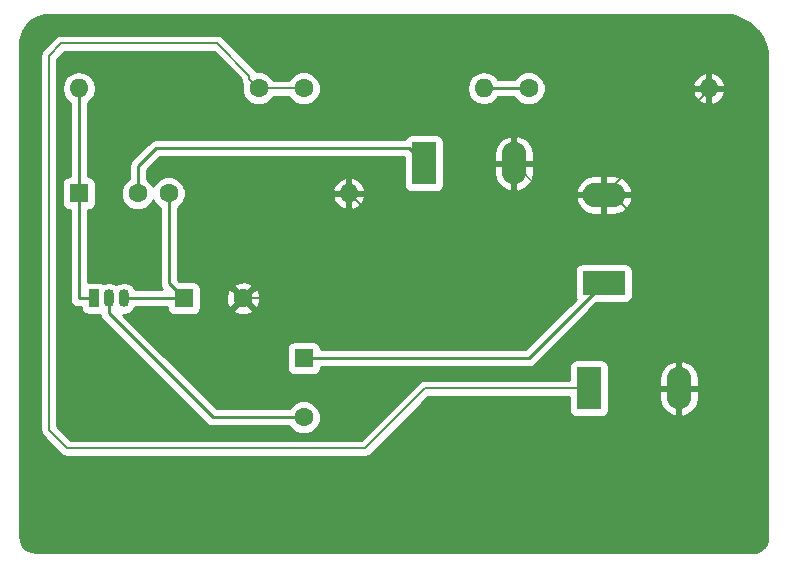
<source format=gbr>
G04 #@! TF.FileFunction,Copper,L1,Top,Signal*
%FSLAX46Y46*%
G04 Gerber Fmt 4.6, Leading zero omitted, Abs format (unit mm)*
G04 Created by KiCad (PCBNEW 4.0.6) date 05/18/17 10:58:01*
%MOMM*%
%LPD*%
G01*
G04 APERTURE LIST*
%ADD10C,0.100000*%
%ADD11R,1.600000X1.600000*%
%ADD12C,1.600000*%
%ADD13R,3.600000X2.100000*%
%ADD14O,3.600000X2.100000*%
%ADD15R,2.100000X3.600000*%
%ADD16O,2.100000X3.600000*%
%ADD17O,0.900000X1.500000*%
%ADD18R,0.900000X1.500000*%
%ADD19O,1.600000X1.600000*%
%ADD20C,0.250000*%
%ADD21C,0.200000*%
%ADD22C,0.254000*%
G04 APERTURE END LIST*
D10*
D11*
X160020000Y-76200000D03*
D12*
X160020000Y-81200000D03*
D11*
X149860000Y-71120000D03*
D12*
X154860000Y-71120000D03*
D11*
X140970000Y-62230000D03*
D12*
X145970000Y-62230000D03*
D13*
X185420000Y-69850000D03*
D14*
X185420000Y-62350000D03*
D15*
X170180000Y-59690000D03*
D16*
X177800000Y-59690000D03*
D17*
X143510000Y-71120000D03*
X144780000Y-71120000D03*
D18*
X142240000Y-71120000D03*
D12*
X160020000Y-53340000D03*
D19*
X175260000Y-53340000D03*
D12*
X179070000Y-53340000D03*
D19*
X194310000Y-53340000D03*
D12*
X156210000Y-53340000D03*
D19*
X140970000Y-53340000D03*
D12*
X148590000Y-62230000D03*
D19*
X163830000Y-62230000D03*
D15*
X184150000Y-78740000D03*
D16*
X191770000Y-78740000D03*
D20*
X189738000Y-71315580D02*
X189738000Y-75658980D01*
X160020000Y-76200000D02*
X179070000Y-76200000D01*
X179070000Y-76200000D02*
X185420000Y-69850000D01*
X143510000Y-71120000D02*
X143510000Y-72390000D01*
X152320000Y-81200000D02*
X160020000Y-81200000D01*
X143510000Y-72390000D02*
X152320000Y-81200000D01*
X149860000Y-71120000D02*
X144780000Y-71120000D01*
X148590000Y-62230000D02*
X148590000Y-69850000D01*
X148590000Y-69850000D02*
X149860000Y-71120000D01*
D21*
X185420000Y-62350000D02*
X186170000Y-62350000D01*
X186170000Y-62350000D02*
X191770000Y-67950000D01*
X191770000Y-67950000D02*
X191770000Y-76740000D01*
X191770000Y-76740000D02*
X191770000Y-78740000D01*
X168605200Y-71120000D02*
X177800000Y-61925200D01*
X177800000Y-61925200D02*
X177800000Y-59690000D01*
X154860000Y-71120000D02*
X168605200Y-71120000D01*
X154860000Y-71120000D02*
X163830000Y-71120000D01*
X163830000Y-71120000D02*
X163830000Y-62230000D01*
X177800000Y-59690000D02*
X173990000Y-59690000D01*
X166370000Y-64770000D02*
X163830000Y-62230000D01*
X168910000Y-64770000D02*
X166370000Y-64770000D01*
X173990000Y-59690000D02*
X168910000Y-64770000D01*
X185420000Y-62350000D02*
X180460000Y-62350000D01*
X180460000Y-62350000D02*
X177800000Y-59690000D01*
X194310000Y-53340000D02*
X194310000Y-53460000D01*
X194310000Y-53460000D02*
X185420000Y-62350000D01*
D20*
X140970000Y-62230000D02*
X140970000Y-71120000D01*
X140970000Y-71120000D02*
X142240000Y-71120000D01*
X140970000Y-53340000D02*
X140970000Y-62230000D01*
X145970000Y-62230000D02*
X145970000Y-59950340D01*
X145970000Y-59950340D02*
X147500340Y-58420000D01*
X147500340Y-58420000D02*
X168910000Y-58420000D01*
X168910000Y-58420000D02*
X170180000Y-59690000D01*
D21*
X156210000Y-53340000D02*
X155410001Y-52540001D01*
X138430000Y-82237580D02*
X140012420Y-83820000D01*
X155410001Y-52540001D02*
X155410001Y-52255521D01*
X138430000Y-50568860D02*
X138430000Y-82237580D01*
X155410001Y-52255521D02*
X152684480Y-49530000D01*
X152684480Y-49530000D02*
X139468860Y-49530000D01*
X139468860Y-49530000D02*
X138430000Y-50568860D01*
X140012420Y-83820000D02*
X165193980Y-83820000D01*
X165193980Y-83820000D02*
X170273980Y-78740000D01*
X170273980Y-78740000D02*
X184150000Y-78740000D01*
X156210000Y-53340000D02*
X160020000Y-53340000D01*
D20*
X175260000Y-53340000D02*
X179070000Y-53340000D01*
D22*
G36*
X195904862Y-47144277D02*
X195907692Y-47144536D01*
X196219873Y-47169510D01*
X196551615Y-47224403D01*
X197406305Y-47604541D01*
X197713304Y-47768750D01*
X198525342Y-48580788D01*
X198867072Y-49129996D01*
X199130600Y-49802364D01*
X199247768Y-50375998D01*
X199273160Y-91274614D01*
X199270777Y-91653496D01*
X199172799Y-91893988D01*
X198992277Y-92171714D01*
X198626051Y-92467058D01*
X198461856Y-92544834D01*
X198306726Y-92572844D01*
X137314982Y-92593157D01*
X136978198Y-92552262D01*
X136627406Y-92444686D01*
X136325376Y-92231221D01*
X136138328Y-91951776D01*
X136035988Y-91607541D01*
X136014461Y-91310946D01*
X136021891Y-50568860D01*
X137695000Y-50568860D01*
X137695000Y-82237580D01*
X137730738Y-82417243D01*
X137750949Y-82518852D01*
X137910277Y-82757303D01*
X139492697Y-84339724D01*
X139731148Y-84499051D01*
X140012420Y-84555000D01*
X165193980Y-84555000D01*
X165475252Y-84499051D01*
X165713703Y-84339723D01*
X170578427Y-79475000D01*
X182452560Y-79475000D01*
X182452560Y-80540000D01*
X182496838Y-80775317D01*
X182635910Y-80991441D01*
X182848110Y-81136431D01*
X183100000Y-81187440D01*
X185200000Y-81187440D01*
X185435317Y-81143162D01*
X185651441Y-81004090D01*
X185796431Y-80791890D01*
X185847440Y-80540000D01*
X185847440Y-78867000D01*
X190085000Y-78867000D01*
X190085000Y-79617000D01*
X190261864Y-80252154D01*
X190668328Y-80771277D01*
X191242511Y-81095337D01*
X191381721Y-81129654D01*
X191643000Y-81010957D01*
X191643000Y-78867000D01*
X191897000Y-78867000D01*
X191897000Y-81010957D01*
X192158279Y-81129654D01*
X192297489Y-81095337D01*
X192871672Y-80771277D01*
X193278136Y-80252154D01*
X193455000Y-79617000D01*
X193455000Y-78867000D01*
X191897000Y-78867000D01*
X191643000Y-78867000D01*
X190085000Y-78867000D01*
X185847440Y-78867000D01*
X185847440Y-77863000D01*
X190085000Y-77863000D01*
X190085000Y-78613000D01*
X191643000Y-78613000D01*
X191643000Y-76469043D01*
X191897000Y-76469043D01*
X191897000Y-78613000D01*
X193455000Y-78613000D01*
X193455000Y-77863000D01*
X193278136Y-77227846D01*
X192871672Y-76708723D01*
X192297489Y-76384663D01*
X192158279Y-76350346D01*
X191897000Y-76469043D01*
X191643000Y-76469043D01*
X191381721Y-76350346D01*
X191242511Y-76384663D01*
X190668328Y-76708723D01*
X190261864Y-77227846D01*
X190085000Y-77863000D01*
X185847440Y-77863000D01*
X185847440Y-76940000D01*
X185803162Y-76704683D01*
X185664090Y-76488559D01*
X185451890Y-76343569D01*
X185200000Y-76292560D01*
X183100000Y-76292560D01*
X182864683Y-76336838D01*
X182648559Y-76475910D01*
X182503569Y-76688110D01*
X182452560Y-76940000D01*
X182452560Y-78005000D01*
X170273980Y-78005000D01*
X169992708Y-78060949D01*
X169754257Y-78220276D01*
X164889534Y-83085000D01*
X140316867Y-83085000D01*
X139165000Y-81933134D01*
X139165000Y-53340000D01*
X139506887Y-53340000D01*
X139616120Y-53889151D01*
X139927189Y-54354698D01*
X140210000Y-54543667D01*
X140210000Y-60782560D01*
X140170000Y-60782560D01*
X139934683Y-60826838D01*
X139718559Y-60965910D01*
X139573569Y-61178110D01*
X139522560Y-61430000D01*
X139522560Y-63030000D01*
X139566838Y-63265317D01*
X139705910Y-63481441D01*
X139918110Y-63626431D01*
X140170000Y-63677440D01*
X140210000Y-63677440D01*
X140210000Y-71120000D01*
X140267852Y-71410839D01*
X140432599Y-71657401D01*
X140679161Y-71822148D01*
X140970000Y-71880000D01*
X141144442Y-71880000D01*
X141186838Y-72105317D01*
X141325910Y-72321441D01*
X141538110Y-72466431D01*
X141790000Y-72517440D01*
X142690000Y-72517440D01*
X142772270Y-72501960D01*
X142807852Y-72680839D01*
X142972599Y-72927401D01*
X151782599Y-81737401D01*
X152029161Y-81902148D01*
X152320000Y-81960000D01*
X158781354Y-81960000D01*
X158802757Y-82011800D01*
X159206077Y-82415824D01*
X159733309Y-82634750D01*
X160304187Y-82635248D01*
X160831800Y-82417243D01*
X161235824Y-82013923D01*
X161454750Y-81486691D01*
X161455248Y-80915813D01*
X161237243Y-80388200D01*
X160833923Y-79984176D01*
X160306691Y-79765250D01*
X159735813Y-79764752D01*
X159208200Y-79982757D01*
X158804176Y-80386077D01*
X158781785Y-80440000D01*
X152634802Y-80440000D01*
X147594802Y-75400000D01*
X158572560Y-75400000D01*
X158572560Y-77000000D01*
X158616838Y-77235317D01*
X158755910Y-77451441D01*
X158968110Y-77596431D01*
X159220000Y-77647440D01*
X160820000Y-77647440D01*
X161055317Y-77603162D01*
X161271441Y-77464090D01*
X161416431Y-77251890D01*
X161467440Y-77000000D01*
X161467440Y-76960000D01*
X179070000Y-76960000D01*
X179360839Y-76902148D01*
X179607401Y-76737401D01*
X184797362Y-71547440D01*
X187220000Y-71547440D01*
X187455317Y-71503162D01*
X187671441Y-71364090D01*
X187816431Y-71151890D01*
X187867440Y-70900000D01*
X187867440Y-68800000D01*
X187823162Y-68564683D01*
X187684090Y-68348559D01*
X187471890Y-68203569D01*
X187220000Y-68152560D01*
X183620000Y-68152560D01*
X183384683Y-68196838D01*
X183168559Y-68335910D01*
X183023569Y-68548110D01*
X182972560Y-68800000D01*
X182972560Y-70900000D01*
X183016838Y-71135317D01*
X183033691Y-71161507D01*
X178755198Y-75440000D01*
X161467440Y-75440000D01*
X161467440Y-75400000D01*
X161423162Y-75164683D01*
X161284090Y-74948559D01*
X161071890Y-74803569D01*
X160820000Y-74752560D01*
X159220000Y-74752560D01*
X158984683Y-74796838D01*
X158768559Y-74935910D01*
X158623569Y-75148110D01*
X158572560Y-75400000D01*
X147594802Y-75400000D01*
X144713760Y-72518958D01*
X144780000Y-72532134D01*
X145195212Y-72449543D01*
X145547211Y-72214345D01*
X145770613Y-71880000D01*
X148412560Y-71880000D01*
X148412560Y-71920000D01*
X148456838Y-72155317D01*
X148595910Y-72371441D01*
X148808110Y-72516431D01*
X149060000Y-72567440D01*
X150660000Y-72567440D01*
X150895317Y-72523162D01*
X151111441Y-72384090D01*
X151256431Y-72171890D01*
X151265370Y-72127745D01*
X154031861Y-72127745D01*
X154105995Y-72373864D01*
X154643223Y-72566965D01*
X155213454Y-72539778D01*
X155614005Y-72373864D01*
X155688139Y-72127745D01*
X154860000Y-71299605D01*
X154031861Y-72127745D01*
X151265370Y-72127745D01*
X151307440Y-71920000D01*
X151307440Y-70903223D01*
X153413035Y-70903223D01*
X153440222Y-71473454D01*
X153606136Y-71874005D01*
X153852255Y-71948139D01*
X154680395Y-71120000D01*
X155039605Y-71120000D01*
X155867745Y-71948139D01*
X156113864Y-71874005D01*
X156306965Y-71336777D01*
X156279778Y-70766546D01*
X156113864Y-70365995D01*
X155867745Y-70291861D01*
X155039605Y-71120000D01*
X154680395Y-71120000D01*
X153852255Y-70291861D01*
X153606136Y-70365995D01*
X153413035Y-70903223D01*
X151307440Y-70903223D01*
X151307440Y-70320000D01*
X151268351Y-70112255D01*
X154031861Y-70112255D01*
X154860000Y-70940395D01*
X155688139Y-70112255D01*
X155614005Y-69866136D01*
X155076777Y-69673035D01*
X154506546Y-69700222D01*
X154105995Y-69866136D01*
X154031861Y-70112255D01*
X151268351Y-70112255D01*
X151263162Y-70084683D01*
X151124090Y-69868559D01*
X150911890Y-69723569D01*
X150660000Y-69672560D01*
X149487362Y-69672560D01*
X149350000Y-69535198D01*
X149350000Y-63468646D01*
X149401800Y-63447243D01*
X149805824Y-63043923D01*
X149998860Y-62579039D01*
X162438096Y-62579039D01*
X162598959Y-62967423D01*
X162974866Y-63382389D01*
X163480959Y-63621914D01*
X163703000Y-63500629D01*
X163703000Y-62357000D01*
X163957000Y-62357000D01*
X163957000Y-63500629D01*
X164179041Y-63621914D01*
X164685134Y-63382389D01*
X165061041Y-62967423D01*
X165155949Y-62738279D01*
X183030346Y-62738279D01*
X183064663Y-62877489D01*
X183388723Y-63451672D01*
X183907846Y-63858136D01*
X184543000Y-64035000D01*
X185293000Y-64035000D01*
X185293000Y-62477000D01*
X185547000Y-62477000D01*
X185547000Y-64035000D01*
X186297000Y-64035000D01*
X186932154Y-63858136D01*
X187451277Y-63451672D01*
X187775337Y-62877489D01*
X187809654Y-62738279D01*
X187690957Y-62477000D01*
X185547000Y-62477000D01*
X185293000Y-62477000D01*
X183149043Y-62477000D01*
X183030346Y-62738279D01*
X165155949Y-62738279D01*
X165221904Y-62579039D01*
X165099915Y-62357000D01*
X163957000Y-62357000D01*
X163703000Y-62357000D01*
X162560085Y-62357000D01*
X162438096Y-62579039D01*
X149998860Y-62579039D01*
X150024750Y-62516691D01*
X150025248Y-61945813D01*
X149998452Y-61880961D01*
X162438096Y-61880961D01*
X162560085Y-62103000D01*
X163703000Y-62103000D01*
X163703000Y-60959371D01*
X163957000Y-60959371D01*
X163957000Y-62103000D01*
X165099915Y-62103000D01*
X165221904Y-61880961D01*
X165061041Y-61492577D01*
X164685134Y-61077611D01*
X164179041Y-60838086D01*
X163957000Y-60959371D01*
X163703000Y-60959371D01*
X163480959Y-60838086D01*
X162974866Y-61077611D01*
X162598959Y-61492577D01*
X162438096Y-61880961D01*
X149998452Y-61880961D01*
X149807243Y-61418200D01*
X149403923Y-61014176D01*
X148876691Y-60795250D01*
X148305813Y-60794752D01*
X147778200Y-61012757D01*
X147374176Y-61416077D01*
X147280039Y-61642784D01*
X147187243Y-61418200D01*
X146783923Y-61014176D01*
X146730000Y-60991785D01*
X146730000Y-60265142D01*
X147815142Y-59180000D01*
X168482560Y-59180000D01*
X168482560Y-61490000D01*
X168526838Y-61725317D01*
X168665910Y-61941441D01*
X168878110Y-62086431D01*
X169130000Y-62137440D01*
X171230000Y-62137440D01*
X171465317Y-62093162D01*
X171681441Y-61954090D01*
X171826431Y-61741890D01*
X171877440Y-61490000D01*
X171877440Y-59817000D01*
X176115000Y-59817000D01*
X176115000Y-60567000D01*
X176291864Y-61202154D01*
X176698328Y-61721277D01*
X177272511Y-62045337D01*
X177411721Y-62079654D01*
X177673000Y-61960957D01*
X177673000Y-59817000D01*
X177927000Y-59817000D01*
X177927000Y-61960957D01*
X178188279Y-62079654D01*
X178327489Y-62045337D01*
X178475643Y-61961721D01*
X183030346Y-61961721D01*
X183149043Y-62223000D01*
X185293000Y-62223000D01*
X185293000Y-60665000D01*
X185547000Y-60665000D01*
X185547000Y-62223000D01*
X187690957Y-62223000D01*
X187809654Y-61961721D01*
X187775337Y-61822511D01*
X187451277Y-61248328D01*
X186932154Y-60841864D01*
X186297000Y-60665000D01*
X185547000Y-60665000D01*
X185293000Y-60665000D01*
X184543000Y-60665000D01*
X183907846Y-60841864D01*
X183388723Y-61248328D01*
X183064663Y-61822511D01*
X183030346Y-61961721D01*
X178475643Y-61961721D01*
X178901672Y-61721277D01*
X179308136Y-61202154D01*
X179485000Y-60567000D01*
X179485000Y-59817000D01*
X177927000Y-59817000D01*
X177673000Y-59817000D01*
X176115000Y-59817000D01*
X171877440Y-59817000D01*
X171877440Y-58813000D01*
X176115000Y-58813000D01*
X176115000Y-59563000D01*
X177673000Y-59563000D01*
X177673000Y-57419043D01*
X177927000Y-57419043D01*
X177927000Y-59563000D01*
X179485000Y-59563000D01*
X179485000Y-58813000D01*
X179308136Y-58177846D01*
X178901672Y-57658723D01*
X178327489Y-57334663D01*
X178188279Y-57300346D01*
X177927000Y-57419043D01*
X177673000Y-57419043D01*
X177411721Y-57300346D01*
X177272511Y-57334663D01*
X176698328Y-57658723D01*
X176291864Y-58177846D01*
X176115000Y-58813000D01*
X171877440Y-58813000D01*
X171877440Y-57890000D01*
X171833162Y-57654683D01*
X171694090Y-57438559D01*
X171481890Y-57293569D01*
X171230000Y-57242560D01*
X169130000Y-57242560D01*
X168894683Y-57286838D01*
X168678559Y-57425910D01*
X168533569Y-57638110D01*
X168529136Y-57660000D01*
X147500340Y-57660000D01*
X147209501Y-57717852D01*
X146962939Y-57882599D01*
X145432599Y-59412939D01*
X145267852Y-59659501D01*
X145210000Y-59950340D01*
X145210000Y-60991354D01*
X145158200Y-61012757D01*
X144754176Y-61416077D01*
X144535250Y-61943309D01*
X144534752Y-62514187D01*
X144752757Y-63041800D01*
X145156077Y-63445824D01*
X145683309Y-63664750D01*
X146254187Y-63665248D01*
X146781800Y-63447243D01*
X147185824Y-63043923D01*
X147279961Y-62817216D01*
X147372757Y-63041800D01*
X147776077Y-63445824D01*
X147830000Y-63468215D01*
X147830000Y-69850000D01*
X147887852Y-70140839D01*
X148034290Y-70360000D01*
X145770613Y-70360000D01*
X145547211Y-70025655D01*
X145195212Y-69790457D01*
X144780000Y-69707866D01*
X144364788Y-69790457D01*
X144145000Y-69937315D01*
X143925212Y-69790457D01*
X143510000Y-69707866D01*
X143094788Y-69790457D01*
X143029981Y-69833759D01*
X142941890Y-69773569D01*
X142690000Y-69722560D01*
X141790000Y-69722560D01*
X141730000Y-69733850D01*
X141730000Y-63677440D01*
X141770000Y-63677440D01*
X142005317Y-63633162D01*
X142221441Y-63494090D01*
X142366431Y-63281890D01*
X142417440Y-63030000D01*
X142417440Y-61430000D01*
X142373162Y-61194683D01*
X142234090Y-60978559D01*
X142021890Y-60833569D01*
X141770000Y-60782560D01*
X141730000Y-60782560D01*
X141730000Y-54543667D01*
X142012811Y-54354698D01*
X142323880Y-53889151D01*
X142433113Y-53340000D01*
X142323880Y-52790849D01*
X142012811Y-52325302D01*
X141547264Y-52014233D01*
X140998113Y-51905000D01*
X140941887Y-51905000D01*
X140392736Y-52014233D01*
X139927189Y-52325302D01*
X139616120Y-52790849D01*
X139506887Y-53340000D01*
X139165000Y-53340000D01*
X139165000Y-50873306D01*
X139773307Y-50265000D01*
X152380034Y-50265000D01*
X154679959Y-52564926D01*
X154730752Y-52820276D01*
X154730950Y-52821273D01*
X154817694Y-52951094D01*
X154775250Y-53053309D01*
X154774752Y-53624187D01*
X154992757Y-54151800D01*
X155396077Y-54555824D01*
X155923309Y-54774750D01*
X156494187Y-54775248D01*
X157021800Y-54557243D01*
X157425824Y-54153923D01*
X157458596Y-54075000D01*
X158771024Y-54075000D01*
X158802757Y-54151800D01*
X159206077Y-54555824D01*
X159733309Y-54774750D01*
X160304187Y-54775248D01*
X160831800Y-54557243D01*
X161235824Y-54153923D01*
X161454750Y-53626691D01*
X161455000Y-53340000D01*
X173796887Y-53340000D01*
X173906120Y-53889151D01*
X174217189Y-54354698D01*
X174682736Y-54665767D01*
X175231887Y-54775000D01*
X175288113Y-54775000D01*
X175837264Y-54665767D01*
X176302811Y-54354698D01*
X176472995Y-54100000D01*
X177831354Y-54100000D01*
X177852757Y-54151800D01*
X178256077Y-54555824D01*
X178783309Y-54774750D01*
X179354187Y-54775248D01*
X179881800Y-54557243D01*
X180285824Y-54153923D01*
X180478860Y-53689039D01*
X192918096Y-53689039D01*
X193078959Y-54077423D01*
X193454866Y-54492389D01*
X193960959Y-54731914D01*
X194183000Y-54610629D01*
X194183000Y-53467000D01*
X194437000Y-53467000D01*
X194437000Y-54610629D01*
X194659041Y-54731914D01*
X195165134Y-54492389D01*
X195541041Y-54077423D01*
X195701904Y-53689039D01*
X195579915Y-53467000D01*
X194437000Y-53467000D01*
X194183000Y-53467000D01*
X193040085Y-53467000D01*
X192918096Y-53689039D01*
X180478860Y-53689039D01*
X180504750Y-53626691D01*
X180505248Y-53055813D01*
X180478452Y-52990961D01*
X192918096Y-52990961D01*
X193040085Y-53213000D01*
X194183000Y-53213000D01*
X194183000Y-52069371D01*
X194437000Y-52069371D01*
X194437000Y-53213000D01*
X195579915Y-53213000D01*
X195701904Y-52990961D01*
X195541041Y-52602577D01*
X195165134Y-52187611D01*
X194659041Y-51948086D01*
X194437000Y-52069371D01*
X194183000Y-52069371D01*
X193960959Y-51948086D01*
X193454866Y-52187611D01*
X193078959Y-52602577D01*
X192918096Y-52990961D01*
X180478452Y-52990961D01*
X180287243Y-52528200D01*
X179883923Y-52124176D01*
X179356691Y-51905250D01*
X178785813Y-51904752D01*
X178258200Y-52122757D01*
X177854176Y-52526077D01*
X177831785Y-52580000D01*
X176472995Y-52580000D01*
X176302811Y-52325302D01*
X175837264Y-52014233D01*
X175288113Y-51905000D01*
X175231887Y-51905000D01*
X174682736Y-52014233D01*
X174217189Y-52325302D01*
X173906120Y-52790849D01*
X173796887Y-53340000D01*
X161455000Y-53340000D01*
X161455248Y-53055813D01*
X161237243Y-52528200D01*
X160833923Y-52124176D01*
X160306691Y-51905250D01*
X159735813Y-51904752D01*
X159208200Y-52122757D01*
X158804176Y-52526077D01*
X158771404Y-52605000D01*
X157458976Y-52605000D01*
X157427243Y-52528200D01*
X157023923Y-52124176D01*
X156496691Y-51905250D01*
X156042684Y-51904854D01*
X155929725Y-51735798D01*
X153204203Y-49010277D01*
X152965752Y-48850949D01*
X152684480Y-48795000D01*
X139468860Y-48795000D01*
X139187588Y-48850949D01*
X138949137Y-49010276D01*
X137910277Y-50049137D01*
X137750949Y-50287588D01*
X137695000Y-50568860D01*
X136021891Y-50568860D01*
X136022080Y-49537643D01*
X136034224Y-49234022D01*
X136136177Y-48775233D01*
X136327850Y-48298448D01*
X136482250Y-48115975D01*
X136490970Y-48104387D01*
X136624953Y-47903413D01*
X136969018Y-47583241D01*
X137507160Y-47276427D01*
X137744849Y-47194867D01*
X138095045Y-47137301D01*
X195416074Y-47094145D01*
X195904862Y-47144277D01*
X195904862Y-47144277D01*
G37*
X195904862Y-47144277D02*
X195907692Y-47144536D01*
X196219873Y-47169510D01*
X196551615Y-47224403D01*
X197406305Y-47604541D01*
X197713304Y-47768750D01*
X198525342Y-48580788D01*
X198867072Y-49129996D01*
X199130600Y-49802364D01*
X199247768Y-50375998D01*
X199273160Y-91274614D01*
X199270777Y-91653496D01*
X199172799Y-91893988D01*
X198992277Y-92171714D01*
X198626051Y-92467058D01*
X198461856Y-92544834D01*
X198306726Y-92572844D01*
X137314982Y-92593157D01*
X136978198Y-92552262D01*
X136627406Y-92444686D01*
X136325376Y-92231221D01*
X136138328Y-91951776D01*
X136035988Y-91607541D01*
X136014461Y-91310946D01*
X136021891Y-50568860D01*
X137695000Y-50568860D01*
X137695000Y-82237580D01*
X137730738Y-82417243D01*
X137750949Y-82518852D01*
X137910277Y-82757303D01*
X139492697Y-84339724D01*
X139731148Y-84499051D01*
X140012420Y-84555000D01*
X165193980Y-84555000D01*
X165475252Y-84499051D01*
X165713703Y-84339723D01*
X170578427Y-79475000D01*
X182452560Y-79475000D01*
X182452560Y-80540000D01*
X182496838Y-80775317D01*
X182635910Y-80991441D01*
X182848110Y-81136431D01*
X183100000Y-81187440D01*
X185200000Y-81187440D01*
X185435317Y-81143162D01*
X185651441Y-81004090D01*
X185796431Y-80791890D01*
X185847440Y-80540000D01*
X185847440Y-78867000D01*
X190085000Y-78867000D01*
X190085000Y-79617000D01*
X190261864Y-80252154D01*
X190668328Y-80771277D01*
X191242511Y-81095337D01*
X191381721Y-81129654D01*
X191643000Y-81010957D01*
X191643000Y-78867000D01*
X191897000Y-78867000D01*
X191897000Y-81010957D01*
X192158279Y-81129654D01*
X192297489Y-81095337D01*
X192871672Y-80771277D01*
X193278136Y-80252154D01*
X193455000Y-79617000D01*
X193455000Y-78867000D01*
X191897000Y-78867000D01*
X191643000Y-78867000D01*
X190085000Y-78867000D01*
X185847440Y-78867000D01*
X185847440Y-77863000D01*
X190085000Y-77863000D01*
X190085000Y-78613000D01*
X191643000Y-78613000D01*
X191643000Y-76469043D01*
X191897000Y-76469043D01*
X191897000Y-78613000D01*
X193455000Y-78613000D01*
X193455000Y-77863000D01*
X193278136Y-77227846D01*
X192871672Y-76708723D01*
X192297489Y-76384663D01*
X192158279Y-76350346D01*
X191897000Y-76469043D01*
X191643000Y-76469043D01*
X191381721Y-76350346D01*
X191242511Y-76384663D01*
X190668328Y-76708723D01*
X190261864Y-77227846D01*
X190085000Y-77863000D01*
X185847440Y-77863000D01*
X185847440Y-76940000D01*
X185803162Y-76704683D01*
X185664090Y-76488559D01*
X185451890Y-76343569D01*
X185200000Y-76292560D01*
X183100000Y-76292560D01*
X182864683Y-76336838D01*
X182648559Y-76475910D01*
X182503569Y-76688110D01*
X182452560Y-76940000D01*
X182452560Y-78005000D01*
X170273980Y-78005000D01*
X169992708Y-78060949D01*
X169754257Y-78220276D01*
X164889534Y-83085000D01*
X140316867Y-83085000D01*
X139165000Y-81933134D01*
X139165000Y-53340000D01*
X139506887Y-53340000D01*
X139616120Y-53889151D01*
X139927189Y-54354698D01*
X140210000Y-54543667D01*
X140210000Y-60782560D01*
X140170000Y-60782560D01*
X139934683Y-60826838D01*
X139718559Y-60965910D01*
X139573569Y-61178110D01*
X139522560Y-61430000D01*
X139522560Y-63030000D01*
X139566838Y-63265317D01*
X139705910Y-63481441D01*
X139918110Y-63626431D01*
X140170000Y-63677440D01*
X140210000Y-63677440D01*
X140210000Y-71120000D01*
X140267852Y-71410839D01*
X140432599Y-71657401D01*
X140679161Y-71822148D01*
X140970000Y-71880000D01*
X141144442Y-71880000D01*
X141186838Y-72105317D01*
X141325910Y-72321441D01*
X141538110Y-72466431D01*
X141790000Y-72517440D01*
X142690000Y-72517440D01*
X142772270Y-72501960D01*
X142807852Y-72680839D01*
X142972599Y-72927401D01*
X151782599Y-81737401D01*
X152029161Y-81902148D01*
X152320000Y-81960000D01*
X158781354Y-81960000D01*
X158802757Y-82011800D01*
X159206077Y-82415824D01*
X159733309Y-82634750D01*
X160304187Y-82635248D01*
X160831800Y-82417243D01*
X161235824Y-82013923D01*
X161454750Y-81486691D01*
X161455248Y-80915813D01*
X161237243Y-80388200D01*
X160833923Y-79984176D01*
X160306691Y-79765250D01*
X159735813Y-79764752D01*
X159208200Y-79982757D01*
X158804176Y-80386077D01*
X158781785Y-80440000D01*
X152634802Y-80440000D01*
X147594802Y-75400000D01*
X158572560Y-75400000D01*
X158572560Y-77000000D01*
X158616838Y-77235317D01*
X158755910Y-77451441D01*
X158968110Y-77596431D01*
X159220000Y-77647440D01*
X160820000Y-77647440D01*
X161055317Y-77603162D01*
X161271441Y-77464090D01*
X161416431Y-77251890D01*
X161467440Y-77000000D01*
X161467440Y-76960000D01*
X179070000Y-76960000D01*
X179360839Y-76902148D01*
X179607401Y-76737401D01*
X184797362Y-71547440D01*
X187220000Y-71547440D01*
X187455317Y-71503162D01*
X187671441Y-71364090D01*
X187816431Y-71151890D01*
X187867440Y-70900000D01*
X187867440Y-68800000D01*
X187823162Y-68564683D01*
X187684090Y-68348559D01*
X187471890Y-68203569D01*
X187220000Y-68152560D01*
X183620000Y-68152560D01*
X183384683Y-68196838D01*
X183168559Y-68335910D01*
X183023569Y-68548110D01*
X182972560Y-68800000D01*
X182972560Y-70900000D01*
X183016838Y-71135317D01*
X183033691Y-71161507D01*
X178755198Y-75440000D01*
X161467440Y-75440000D01*
X161467440Y-75400000D01*
X161423162Y-75164683D01*
X161284090Y-74948559D01*
X161071890Y-74803569D01*
X160820000Y-74752560D01*
X159220000Y-74752560D01*
X158984683Y-74796838D01*
X158768559Y-74935910D01*
X158623569Y-75148110D01*
X158572560Y-75400000D01*
X147594802Y-75400000D01*
X144713760Y-72518958D01*
X144780000Y-72532134D01*
X145195212Y-72449543D01*
X145547211Y-72214345D01*
X145770613Y-71880000D01*
X148412560Y-71880000D01*
X148412560Y-71920000D01*
X148456838Y-72155317D01*
X148595910Y-72371441D01*
X148808110Y-72516431D01*
X149060000Y-72567440D01*
X150660000Y-72567440D01*
X150895317Y-72523162D01*
X151111441Y-72384090D01*
X151256431Y-72171890D01*
X151265370Y-72127745D01*
X154031861Y-72127745D01*
X154105995Y-72373864D01*
X154643223Y-72566965D01*
X155213454Y-72539778D01*
X155614005Y-72373864D01*
X155688139Y-72127745D01*
X154860000Y-71299605D01*
X154031861Y-72127745D01*
X151265370Y-72127745D01*
X151307440Y-71920000D01*
X151307440Y-70903223D01*
X153413035Y-70903223D01*
X153440222Y-71473454D01*
X153606136Y-71874005D01*
X153852255Y-71948139D01*
X154680395Y-71120000D01*
X155039605Y-71120000D01*
X155867745Y-71948139D01*
X156113864Y-71874005D01*
X156306965Y-71336777D01*
X156279778Y-70766546D01*
X156113864Y-70365995D01*
X155867745Y-70291861D01*
X155039605Y-71120000D01*
X154680395Y-71120000D01*
X153852255Y-70291861D01*
X153606136Y-70365995D01*
X153413035Y-70903223D01*
X151307440Y-70903223D01*
X151307440Y-70320000D01*
X151268351Y-70112255D01*
X154031861Y-70112255D01*
X154860000Y-70940395D01*
X155688139Y-70112255D01*
X155614005Y-69866136D01*
X155076777Y-69673035D01*
X154506546Y-69700222D01*
X154105995Y-69866136D01*
X154031861Y-70112255D01*
X151268351Y-70112255D01*
X151263162Y-70084683D01*
X151124090Y-69868559D01*
X150911890Y-69723569D01*
X150660000Y-69672560D01*
X149487362Y-69672560D01*
X149350000Y-69535198D01*
X149350000Y-63468646D01*
X149401800Y-63447243D01*
X149805824Y-63043923D01*
X149998860Y-62579039D01*
X162438096Y-62579039D01*
X162598959Y-62967423D01*
X162974866Y-63382389D01*
X163480959Y-63621914D01*
X163703000Y-63500629D01*
X163703000Y-62357000D01*
X163957000Y-62357000D01*
X163957000Y-63500629D01*
X164179041Y-63621914D01*
X164685134Y-63382389D01*
X165061041Y-62967423D01*
X165155949Y-62738279D01*
X183030346Y-62738279D01*
X183064663Y-62877489D01*
X183388723Y-63451672D01*
X183907846Y-63858136D01*
X184543000Y-64035000D01*
X185293000Y-64035000D01*
X185293000Y-62477000D01*
X185547000Y-62477000D01*
X185547000Y-64035000D01*
X186297000Y-64035000D01*
X186932154Y-63858136D01*
X187451277Y-63451672D01*
X187775337Y-62877489D01*
X187809654Y-62738279D01*
X187690957Y-62477000D01*
X185547000Y-62477000D01*
X185293000Y-62477000D01*
X183149043Y-62477000D01*
X183030346Y-62738279D01*
X165155949Y-62738279D01*
X165221904Y-62579039D01*
X165099915Y-62357000D01*
X163957000Y-62357000D01*
X163703000Y-62357000D01*
X162560085Y-62357000D01*
X162438096Y-62579039D01*
X149998860Y-62579039D01*
X150024750Y-62516691D01*
X150025248Y-61945813D01*
X149998452Y-61880961D01*
X162438096Y-61880961D01*
X162560085Y-62103000D01*
X163703000Y-62103000D01*
X163703000Y-60959371D01*
X163957000Y-60959371D01*
X163957000Y-62103000D01*
X165099915Y-62103000D01*
X165221904Y-61880961D01*
X165061041Y-61492577D01*
X164685134Y-61077611D01*
X164179041Y-60838086D01*
X163957000Y-60959371D01*
X163703000Y-60959371D01*
X163480959Y-60838086D01*
X162974866Y-61077611D01*
X162598959Y-61492577D01*
X162438096Y-61880961D01*
X149998452Y-61880961D01*
X149807243Y-61418200D01*
X149403923Y-61014176D01*
X148876691Y-60795250D01*
X148305813Y-60794752D01*
X147778200Y-61012757D01*
X147374176Y-61416077D01*
X147280039Y-61642784D01*
X147187243Y-61418200D01*
X146783923Y-61014176D01*
X146730000Y-60991785D01*
X146730000Y-60265142D01*
X147815142Y-59180000D01*
X168482560Y-59180000D01*
X168482560Y-61490000D01*
X168526838Y-61725317D01*
X168665910Y-61941441D01*
X168878110Y-62086431D01*
X169130000Y-62137440D01*
X171230000Y-62137440D01*
X171465317Y-62093162D01*
X171681441Y-61954090D01*
X171826431Y-61741890D01*
X171877440Y-61490000D01*
X171877440Y-59817000D01*
X176115000Y-59817000D01*
X176115000Y-60567000D01*
X176291864Y-61202154D01*
X176698328Y-61721277D01*
X177272511Y-62045337D01*
X177411721Y-62079654D01*
X177673000Y-61960957D01*
X177673000Y-59817000D01*
X177927000Y-59817000D01*
X177927000Y-61960957D01*
X178188279Y-62079654D01*
X178327489Y-62045337D01*
X178475643Y-61961721D01*
X183030346Y-61961721D01*
X183149043Y-62223000D01*
X185293000Y-62223000D01*
X185293000Y-60665000D01*
X185547000Y-60665000D01*
X185547000Y-62223000D01*
X187690957Y-62223000D01*
X187809654Y-61961721D01*
X187775337Y-61822511D01*
X187451277Y-61248328D01*
X186932154Y-60841864D01*
X186297000Y-60665000D01*
X185547000Y-60665000D01*
X185293000Y-60665000D01*
X184543000Y-60665000D01*
X183907846Y-60841864D01*
X183388723Y-61248328D01*
X183064663Y-61822511D01*
X183030346Y-61961721D01*
X178475643Y-61961721D01*
X178901672Y-61721277D01*
X179308136Y-61202154D01*
X179485000Y-60567000D01*
X179485000Y-59817000D01*
X177927000Y-59817000D01*
X177673000Y-59817000D01*
X176115000Y-59817000D01*
X171877440Y-59817000D01*
X171877440Y-58813000D01*
X176115000Y-58813000D01*
X176115000Y-59563000D01*
X177673000Y-59563000D01*
X177673000Y-57419043D01*
X177927000Y-57419043D01*
X177927000Y-59563000D01*
X179485000Y-59563000D01*
X179485000Y-58813000D01*
X179308136Y-58177846D01*
X178901672Y-57658723D01*
X178327489Y-57334663D01*
X178188279Y-57300346D01*
X177927000Y-57419043D01*
X177673000Y-57419043D01*
X177411721Y-57300346D01*
X177272511Y-57334663D01*
X176698328Y-57658723D01*
X176291864Y-58177846D01*
X176115000Y-58813000D01*
X171877440Y-58813000D01*
X171877440Y-57890000D01*
X171833162Y-57654683D01*
X171694090Y-57438559D01*
X171481890Y-57293569D01*
X171230000Y-57242560D01*
X169130000Y-57242560D01*
X168894683Y-57286838D01*
X168678559Y-57425910D01*
X168533569Y-57638110D01*
X168529136Y-57660000D01*
X147500340Y-57660000D01*
X147209501Y-57717852D01*
X146962939Y-57882599D01*
X145432599Y-59412939D01*
X145267852Y-59659501D01*
X145210000Y-59950340D01*
X145210000Y-60991354D01*
X145158200Y-61012757D01*
X144754176Y-61416077D01*
X144535250Y-61943309D01*
X144534752Y-62514187D01*
X144752757Y-63041800D01*
X145156077Y-63445824D01*
X145683309Y-63664750D01*
X146254187Y-63665248D01*
X146781800Y-63447243D01*
X147185824Y-63043923D01*
X147279961Y-62817216D01*
X147372757Y-63041800D01*
X147776077Y-63445824D01*
X147830000Y-63468215D01*
X147830000Y-69850000D01*
X147887852Y-70140839D01*
X148034290Y-70360000D01*
X145770613Y-70360000D01*
X145547211Y-70025655D01*
X145195212Y-69790457D01*
X144780000Y-69707866D01*
X144364788Y-69790457D01*
X144145000Y-69937315D01*
X143925212Y-69790457D01*
X143510000Y-69707866D01*
X143094788Y-69790457D01*
X143029981Y-69833759D01*
X142941890Y-69773569D01*
X142690000Y-69722560D01*
X141790000Y-69722560D01*
X141730000Y-69733850D01*
X141730000Y-63677440D01*
X141770000Y-63677440D01*
X142005317Y-63633162D01*
X142221441Y-63494090D01*
X142366431Y-63281890D01*
X142417440Y-63030000D01*
X142417440Y-61430000D01*
X142373162Y-61194683D01*
X142234090Y-60978559D01*
X142021890Y-60833569D01*
X141770000Y-60782560D01*
X141730000Y-60782560D01*
X141730000Y-54543667D01*
X142012811Y-54354698D01*
X142323880Y-53889151D01*
X142433113Y-53340000D01*
X142323880Y-52790849D01*
X142012811Y-52325302D01*
X141547264Y-52014233D01*
X140998113Y-51905000D01*
X140941887Y-51905000D01*
X140392736Y-52014233D01*
X139927189Y-52325302D01*
X139616120Y-52790849D01*
X139506887Y-53340000D01*
X139165000Y-53340000D01*
X139165000Y-50873306D01*
X139773307Y-50265000D01*
X152380034Y-50265000D01*
X154679959Y-52564926D01*
X154730752Y-52820276D01*
X154730950Y-52821273D01*
X154817694Y-52951094D01*
X154775250Y-53053309D01*
X154774752Y-53624187D01*
X154992757Y-54151800D01*
X155396077Y-54555824D01*
X155923309Y-54774750D01*
X156494187Y-54775248D01*
X157021800Y-54557243D01*
X157425824Y-54153923D01*
X157458596Y-54075000D01*
X158771024Y-54075000D01*
X158802757Y-54151800D01*
X159206077Y-54555824D01*
X159733309Y-54774750D01*
X160304187Y-54775248D01*
X160831800Y-54557243D01*
X161235824Y-54153923D01*
X161454750Y-53626691D01*
X161455000Y-53340000D01*
X173796887Y-53340000D01*
X173906120Y-53889151D01*
X174217189Y-54354698D01*
X174682736Y-54665767D01*
X175231887Y-54775000D01*
X175288113Y-54775000D01*
X175837264Y-54665767D01*
X176302811Y-54354698D01*
X176472995Y-54100000D01*
X177831354Y-54100000D01*
X177852757Y-54151800D01*
X178256077Y-54555824D01*
X178783309Y-54774750D01*
X179354187Y-54775248D01*
X179881800Y-54557243D01*
X180285824Y-54153923D01*
X180478860Y-53689039D01*
X192918096Y-53689039D01*
X193078959Y-54077423D01*
X193454866Y-54492389D01*
X193960959Y-54731914D01*
X194183000Y-54610629D01*
X194183000Y-53467000D01*
X194437000Y-53467000D01*
X194437000Y-54610629D01*
X194659041Y-54731914D01*
X195165134Y-54492389D01*
X195541041Y-54077423D01*
X195701904Y-53689039D01*
X195579915Y-53467000D01*
X194437000Y-53467000D01*
X194183000Y-53467000D01*
X193040085Y-53467000D01*
X192918096Y-53689039D01*
X180478860Y-53689039D01*
X180504750Y-53626691D01*
X180505248Y-53055813D01*
X180478452Y-52990961D01*
X192918096Y-52990961D01*
X193040085Y-53213000D01*
X194183000Y-53213000D01*
X194183000Y-52069371D01*
X194437000Y-52069371D01*
X194437000Y-53213000D01*
X195579915Y-53213000D01*
X195701904Y-52990961D01*
X195541041Y-52602577D01*
X195165134Y-52187611D01*
X194659041Y-51948086D01*
X194437000Y-52069371D01*
X194183000Y-52069371D01*
X193960959Y-51948086D01*
X193454866Y-52187611D01*
X193078959Y-52602577D01*
X192918096Y-52990961D01*
X180478452Y-52990961D01*
X180287243Y-52528200D01*
X179883923Y-52124176D01*
X179356691Y-51905250D01*
X178785813Y-51904752D01*
X178258200Y-52122757D01*
X177854176Y-52526077D01*
X177831785Y-52580000D01*
X176472995Y-52580000D01*
X176302811Y-52325302D01*
X175837264Y-52014233D01*
X175288113Y-51905000D01*
X175231887Y-51905000D01*
X174682736Y-52014233D01*
X174217189Y-52325302D01*
X173906120Y-52790849D01*
X173796887Y-53340000D01*
X161455000Y-53340000D01*
X161455248Y-53055813D01*
X161237243Y-52528200D01*
X160833923Y-52124176D01*
X160306691Y-51905250D01*
X159735813Y-51904752D01*
X159208200Y-52122757D01*
X158804176Y-52526077D01*
X158771404Y-52605000D01*
X157458976Y-52605000D01*
X157427243Y-52528200D01*
X157023923Y-52124176D01*
X156496691Y-51905250D01*
X156042684Y-51904854D01*
X155929725Y-51735798D01*
X153204203Y-49010277D01*
X152965752Y-48850949D01*
X152684480Y-48795000D01*
X139468860Y-48795000D01*
X139187588Y-48850949D01*
X138949137Y-49010276D01*
X137910277Y-50049137D01*
X137750949Y-50287588D01*
X137695000Y-50568860D01*
X136021891Y-50568860D01*
X136022080Y-49537643D01*
X136034224Y-49234022D01*
X136136177Y-48775233D01*
X136327850Y-48298448D01*
X136482250Y-48115975D01*
X136490970Y-48104387D01*
X136624953Y-47903413D01*
X136969018Y-47583241D01*
X137507160Y-47276427D01*
X137744849Y-47194867D01*
X138095045Y-47137301D01*
X195416074Y-47094145D01*
X195904862Y-47144277D01*
M02*

</source>
